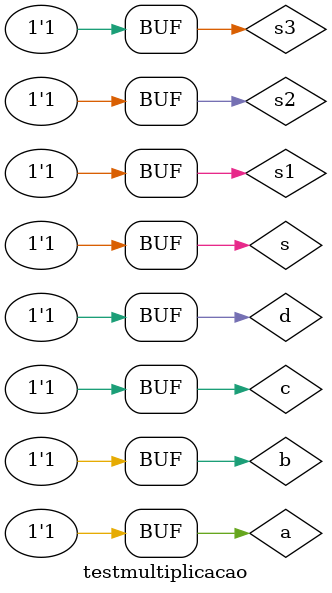
<source format=v>

module meiasoma(s, s1, a, b);
input a, b;
output s, s1;
wire s2;
xor XOR1 (s,a,b);
and AND1 (s1,a,b);
endmodule//meiasoma
// ---------------------
// -- Multiplicacao com 2 bits
// ---------------------

module testmultiplicacao;
 reg   a, b, c, d;
 wire  s, s1, s2, s3, s4, s5, s6, s7;
          // instancia
and AND1(s,b,d);

and AND2(s1,a,d);

and AND3(s2,b,c);

and AND4(s3,a,c);

meiasoma MS1 (s4,s5,s1,s2);
meiasoma MS2 (s6,s7,s5,s3);

initial begin: start
a=0; b=0; c=0; d=0;
end
 
          // parte principal
 initial begin : main
      $display("Marcio Santana Correa 345368");
      $display("Test Diferenca com 2 bits ");
      $display("\n ab * cd = s\n");
 	   $monitor("%b%b * %b%b = %b%b%b%b", a, b, c, d, s7, s6, s4, s);
 		#1 a=0; b=0; c=0; d=1;
		#1 a=0; b=0; c=1; d=0;
		#1 a=0; b=0; c=1; d=1;
		#1 a=0; b=1; c=0; d=0;
		#1 a=0; b=1; c=0; d=1;
		#1 a=0; b=1; c=1; d=0;
		#1 a=0; b=1; c=1; d=1;
		#1 a=1; b=0; c=0; d=0;
		#1 a=1; b=0; c=0; d=1;
		#1 a=1; b=0; c=1; d=0;
		#1 a=1; b=0; c=1; d=1;
		#1 a=1; b=1; c=0; d=0;
		#1 a=1; b=1; c=0; d=1;
		#1 a=1; b=1; c=1; d=0;
	   #1 a=1; b=1; c=1; d=1;
		
 end

endmodule // testsomacompleta
</source>
